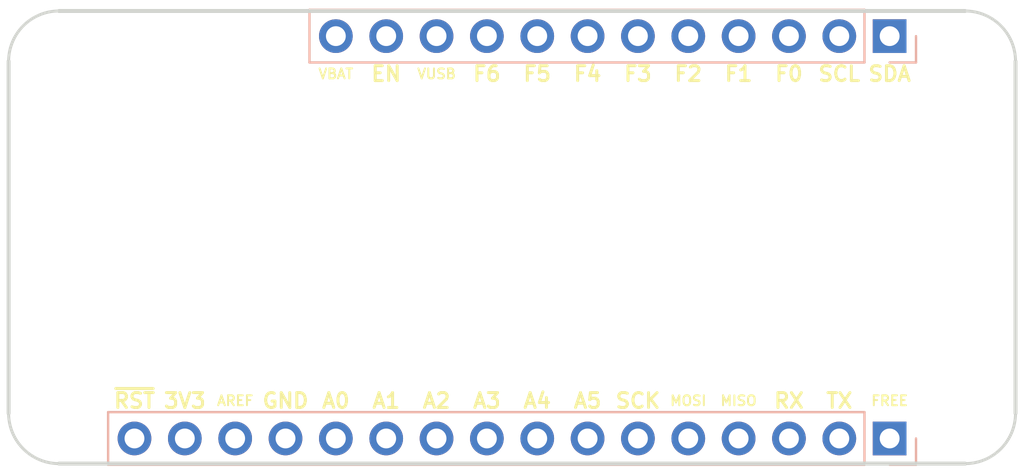
<source format=kicad_pcb>
(kicad_pcb (version 20240108) (generator "pcbnew") (generator_version "8.0")
  (layers (0 "F.Cu" signal) (31 "B.Cu" signal) (34 "B.Paste" user) (35 "F.Paste" user) (36 "B.SilkS" user "B.Silkscreen") (37 "F.SilkS" user "F.Silkscreen") (38 "B.Mask" user) (39 "F.Mask" user) (44 "Edge.Cuts" user))
  (net 0 "")
  (net 1 "/FREE")
  (net 2 "/TX")
  (net 3 "/RX")
  (net 4 "/MISO")
  (net 5 "/MOSI")
  (net 6 "/SCK")
  (net 7 "/A5")
  (net 8 "/A4")
  (net 9 "/A3")
  (net 10 "/A2")
  (net 11 "/A1")
  (net 12 "/A0")
  (net 13 "GND")
  (net 14 "/AREF")
  (net 15 "+3V3")
  (net 16 "/~{RST}")
  (net 17 "/SDA")
  (net 18 "/SCL")
  (net 19 "/F0")
  (net 20 "/F1")
  (net 21 "/F2")
  (net 22 "/F3")
  (net 23 "/F4")
  (net 24 "/F5")
  (net 25 "/F6")
  (net 26 "/VUSB")
  (net 27 "/EN")
  (net 28 "/VBAT")
  (footprint "MountingHole:MountingHole_2.7mm_M2.5" (layer "F.Cu") (at 27.94 27.94)
    (property "Reference" "REF**" (hide yes))
    (property "Value" "MountingHole_2.7mm_M2.5" (hide yes))
    (pad "" np_thru_hole circle (at 0 0) (size 2.7 2.7) (drill 2.7) (layers "*.Cu" "*.Mask"))
  )
  (footprint "MountingHole:MountingHole_2.7mm_M2.5" (layer "F.Cu") (at 27.94 45.72)
    (property "Reference" "REF**" (hide yes))
    (property "Value" "MountingHole_2.7mm_M2.5" (hide yes))
    (pad "" np_thru_hole circle (at 0 0) (size 2.7 2.7) (drill 2.7) (layers "*.Cu" "*.Mask"))
  )
  (footprint "MountingHole:MountingHole_2.7mm_M2.5" (layer "F.Cu") (at 73.66 45.72)
    (property "Reference" "REF**" (hide yes))
    (property "Value" "MountingHole_2.7mm_M2.5" (hide yes))
    (pad "" np_thru_hole circle (at 0 0) (size 2.7 2.7) (drill 2.7) (layers "*.Cu" "*.Mask"))
  )
  (footprint "MountingHole:MountingHole_2.7mm_M2.5" (layer "F.Cu") (at 73.66 27.94)
    (property "Reference" "REF**" (hide yes))
    (property "Value" "MountingHole_2.7mm_M2.5" (hide yes))
    (pad "" np_thru_hole circle (at 0 0) (size 2.7 2.7) (drill 2.7) (layers "*.Cu" "*.Mask"))
  )
  (footprint "Connector_PinHeader_2.54mm:PinHeader_1x16_P2.54mm_Vertical" (layer "B.Cu") (at 69.85 46.99 90)
    (property "Reference" "J1" (hide yes))
    (property "Value" "feather long" (hide yes))
    (fp_line (start -1.33 -39.43) (end 1.33 -39.43) (stroke (width 0.12)) (layer "B.SilkS"))
    (fp_line (start 1.33 -1.27) (end 1.33 -39.43) (stroke (width 0.12)) (layer "B.SilkS"))
    (fp_line (start -1.33 -1.27) (end -1.33 -39.43) (stroke (width 0.12)) (layer "B.SilkS"))
    (fp_line (start -1.33 -1.27) (end 1.33 -1.27) (stroke (width 0.12)) (layer "B.SilkS"))
    (fp_line (start -1.33 0) (end -1.33 1.33) (stroke (width 0.12)) (layer "B.SilkS"))
    (fp_line (start -1.33 1.33) (end 0 1.33) (stroke (width 0.12)) (layer "B.SilkS"))
    (pad "1" thru_hole rect (at 0 0 90) (size 1.7 1.7) (drill 1) (layers "*.Cu" "*.Mask") (net 1 "/FREE"))
    (pad "2" thru_hole oval (at 0 -2.54 90) (size 1.7 1.7) (drill 1) (layers "*.Cu" "*.Mask") (net 2 "/TX"))
    (pad "3" thru_hole oval (at 0 -5.08 90) (size 1.7 1.7) (drill 1) (layers "*.Cu" "*.Mask") (net 3 "/RX"))
    (pad "4" thru_hole oval (at 0 -7.62 90) (size 1.7 1.7) (drill 1) (layers "*.Cu" "*.Mask") (net 4 "/MISO"))
    (pad "5" thru_hole oval (at 0 -10.16 90) (size 1.7 1.7) (drill 1) (layers "*.Cu" "*.Mask") (net 5 "/MOSI"))
    (pad "6" thru_hole oval (at 0 -12.7 90) (size 1.7 1.7) (drill 1) (layers "*.Cu" "*.Mask") (net 6 "/SCK"))
    (pad "7" thru_hole oval (at 0 -15.24 90) (size 1.7 1.7) (drill 1) (layers "*.Cu" "*.Mask") (net 7 "/A5"))
    (pad "8" thru_hole oval (at 0 -17.78 90) (size 1.7 1.7) (drill 1) (layers "*.Cu" "*.Mask") (net 8 "/A4"))
    (pad "9" thru_hole oval (at 0 -20.32 90) (size 1.7 1.7) (drill 1) (layers "*.Cu" "*.Mask") (net 9 "/A3"))
    (pad "10" thru_hole oval (at 0 -22.86 90) (size 1.7 1.7) (drill 1) (layers "*.Cu" "*.Mask") (net 10 "/A2"))
    (pad "11" thru_hole oval (at 0 -25.4 90) (size 1.7 1.7) (drill 1) (layers "*.Cu" "*.Mask") (net 11 "/A1"))
    (pad "12" thru_hole oval (at 0 -27.94 90) (size 1.7 1.7) (drill 1) (layers "*.Cu" "*.Mask") (net 12 "/A0"))
    (pad "13" thru_hole oval (at 0 -30.48 90) (size 1.7 1.7) (drill 1) (layers "*.Cu" "*.Mask") (net 13 "GND"))
    (pad "14" thru_hole oval (at 0 -33.02 90) (size 1.7 1.7) (drill 1) (layers "*.Cu" "*.Mask") (net 14 "/AREF"))
    (pad "15" thru_hole oval (at 0 -35.56 90) (size 1.7 1.7) (drill 1) (layers "*.Cu" "*.Mask") (net 15 "+3V3"))
    (pad "16" thru_hole oval (at 0 -38.1 90) (size 1.7 1.7) (drill 1) (layers "*.Cu" "*.Mask") (net 16 "/~{RST}"))
  )
  (footprint "Connector_PinHeader_2.54mm:PinHeader_1x12_P2.54mm_Vertical" (layer "B.Cu") (at 69.85 26.67 90)
    (property "Reference" "J2" (hide yes))
    (property "Value" "feather short" (hide yes))
    (fp_line (start -1.33 -29.27) (end 1.33 -29.27) (stroke (width 0.12)) (layer "B.SilkS"))
    (fp_line (start 1.33 -1.27) (end 1.33 -29.27) (stroke (width 0.12)) (layer "B.SilkS"))
    (fp_line (start -1.33 -1.27) (end -1.33 -29.27) (stroke (width 0.12)) (layer "B.SilkS"))
    (fp_line (start -1.33 -1.27) (end 1.33 -1.27) (stroke (width 0.12)) (layer "B.SilkS"))
    (fp_line (start -1.33 0) (end -1.33 1.33) (stroke (width 0.12)) (layer "B.SilkS"))
    (fp_line (start -1.33 1.33) (end 0 1.33) (stroke (width 0.12)) (layer "B.SilkS"))
    (pad "1" thru_hole rect (at 0 0 90) (size 1.7 1.7) (drill 1) (layers "*.Cu" "*.Mask") (net 17 "/SDA"))
    (pad "2" thru_hole oval (at 0 -2.54 90) (size 1.7 1.7) (drill 1) (layers "*.Cu" "*.Mask") (net 18 "/SCL"))
    (pad "3" thru_hole oval (at 0 -5.08 90) (size 1.7 1.7) (drill 1) (layers "*.Cu" "*.Mask") (net 19 "/F0"))
    (pad "4" thru_hole oval (at 0 -7.62 90) (size 1.7 1.7) (drill 1) (layers "*.Cu" "*.Mask") (net 20 "/F1"))
    (pad "5" thru_hole oval (at 0 -10.16 90) (size 1.7 1.7) (drill 1) (layers "*.Cu" "*.Mask") (net 21 "/F2"))
    (pad "6" thru_hole oval (at 0 -12.7 90) (size 1.7 1.7) (drill 1) (layers "*.Cu" "*.Mask") (net 22 "/F3"))
    (pad "7" thru_hole oval (at 0 -15.24 90) (size 1.7 1.7) (drill 1) (layers "*.Cu" "*.Mask") (net 23 "/F4"))
    (pad "8" thru_hole oval (at 0 -17.78 90) (size 1.7 1.7) (drill 1) (layers "*.Cu" "*.Mask") (net 24 "/F5"))
    (pad "9" thru_hole oval (at 0 -20.32 90) (size 1.7 1.7) (drill 1) (layers "*.Cu" "*.Mask") (net 25 "/F6"))
    (pad "10" thru_hole oval (at 0 -22.86 90) (size 1.7 1.7) (drill 1) (layers "*.Cu" "*.Mask") (net 26 "/VUSB"))
    (pad "11" thru_hole oval (at 0 -25.4 90) (size 1.7 1.7) (drill 1) (layers "*.Cu" "*.Mask") (net 27 "/EN"))
    (pad "12" thru_hole oval (at 0 -27.94 90) (size 1.7 1.7) (drill 1) (layers "*.Cu" "*.Mask") (net 28 "/VBAT"))
  )
  (gr_line (start 73.66 48.26) (end 27.94 48.26) (stroke (width 0.2)) (layer "Edge.Cuts"))
  (gr_line (start 76.2 27.94) (end 76.2 45.72) (stroke (width 0.2)) (layer "Edge.Cuts"))
  (gr_arc (start 25.4 27.94) (mid 26.143949 26.143949) (end 27.94 25.4) (stroke (width 0.15)) (layer "Edge.Cuts"))
  (gr_arc (start 73.66 25.4) (mid 75.456051 26.143949) (end 76.2 27.94) (stroke (width 0.15)) (layer "Edge.Cuts"))
  (gr_arc (start 76.2 45.72) (mid 75.456051 47.516051) (end 73.66 48.26) (stroke (width 0.15)) (layer "Edge.Cuts"))
  (gr_line (start 25.4 45.72) (end 25.4 27.94) (stroke (width 0.2)) (layer "Edge.Cuts"))
  (gr_arc (start 27.94 48.26) (mid 26.143949 47.516051) (end 25.4 45.72) (stroke (width 0.15)) (layer "Edge.Cuts"))
  (gr_line (start 27.94 25.4) (end 73.66 25.4) (stroke (width 0.2)) (layer "Edge.Cuts"))
  (gr_text "3V3" (at 34.29 45.085 0) (layer "F.SilkS") (effects (font (size 0.75 0.75))))
  (gr_text "AREF" (at 36.83 45.085 0) (layer "F.SilkS") (effects (font (size 0.5 0.5) (thickness 0.1))))
  (gr_text "GND" (at 39.37 45.085 0) (layer "F.SilkS") (effects (font (size 0.75 0.75))))
  (gr_text "A0" (at 41.91 45.085 0) (layer "F.SilkS") (effects (font (size 0.75 0.75))))
  (gr_text "A1" (at 44.45 45.085 0) (layer "F.SilkS") (effects (font (size 0.75 0.75))))
  (gr_text "A2" (at 46.99 45.085 0) (layer "F.SilkS") (effects (font (size 0.75 0.75))))
  (gr_text "A3" (at 49.53 45.085 0) (layer "F.SilkS") (effects (font (size 0.75 0.75))))
  (gr_text "A4" (at 52.07 45.085 0) (layer "F.SilkS") (effects (font (size 0.75 0.75))))
  (gr_text "A5" (at 54.61 45.085 0) (layer "F.SilkS") (effects (font (size 0.75 0.75))))
  (gr_text "SCK" (at 57.15 45.085 0) (layer "F.SilkS") (effects (font (size 0.75 0.75))))
  (gr_text "MOSI" (at 59.69 45.085 0) (layer "F.SilkS") (effects (font (size 0.5 0.5) (thickness 0.1))))
  (gr_text "MISO" (at 62.23 45.085 0) (layer "F.SilkS") (effects (font (size 0.5 0.5) (thickness 0.1))))
  (gr_text "RX" (at 64.77 45.085 0) (layer "F.SilkS") (effects (font (size 0.75 0.75))))
  (gr_text "TX" (at 67.31 45.085 0) (layer "F.SilkS") (effects (font (size 0.75 0.75))))
  (gr_text "FREE" (at 69.85 45.085 0) (layer "F.SilkS") (effects (font (size 0.5 0.5) (thickness 0.1))))
  (gr_text "SDA" (at 69.85 28.575 0) (layer "F.SilkS") (effects (font (size 0.75 0.75))))
  (gr_text "SCL" (at 67.31 28.575 0) (layer "F.SilkS") (effects (font (size 0.75 0.75))))
  (gr_text "F0" (at 64.77 28.575 0) (layer "F.SilkS") (effects (font (size 0.75 0.75))))
  (gr_text "F1" (at 62.23 28.575 0) (layer "F.SilkS") (effects (font (size 0.75 0.75))))
  (gr_text "F2" (at 59.69 28.575 0) (layer "F.SilkS") (effects (font (size 0.75 0.75))))
  (gr_text "F3" (at 57.15 28.575 0) (layer "F.SilkS") (effects (font (size 0.75 0.75))))
  (gr_text "F4" (at 54.61 28.575 0) (layer "F.SilkS") (effects (font (size 0.75 0.75))))
  (gr_text "F5" (at 52.07 28.575 0) (layer "F.SilkS") (effects (font (size 0.75 0.75))))
  (gr_text "F6" (at 49.53 28.575 0) (layer "F.SilkS") (effects (font (size 0.75 0.75))))
  (gr_text "EN" (at 44.45 28.575 0) (layer "F.SilkS") (effects (font (size 0.75 0.75))))
  (gr_text "VBAT" (at 41.91 28.575 0) (layer "F.SilkS") (effects (font (size 0.5 0.5) (thickness 0.1))))
  (gr_text "VUSB" (at 46.99 28.575 0) (layer "F.SilkS") (effects (font (size 0.5 0.5) (thickness 0.1))))
  (gr_text "~{RST}" (at 31.75 45.085 0) (layer "F.SilkS") (effects (font (size 0.75 0.75))))
)
</source>
